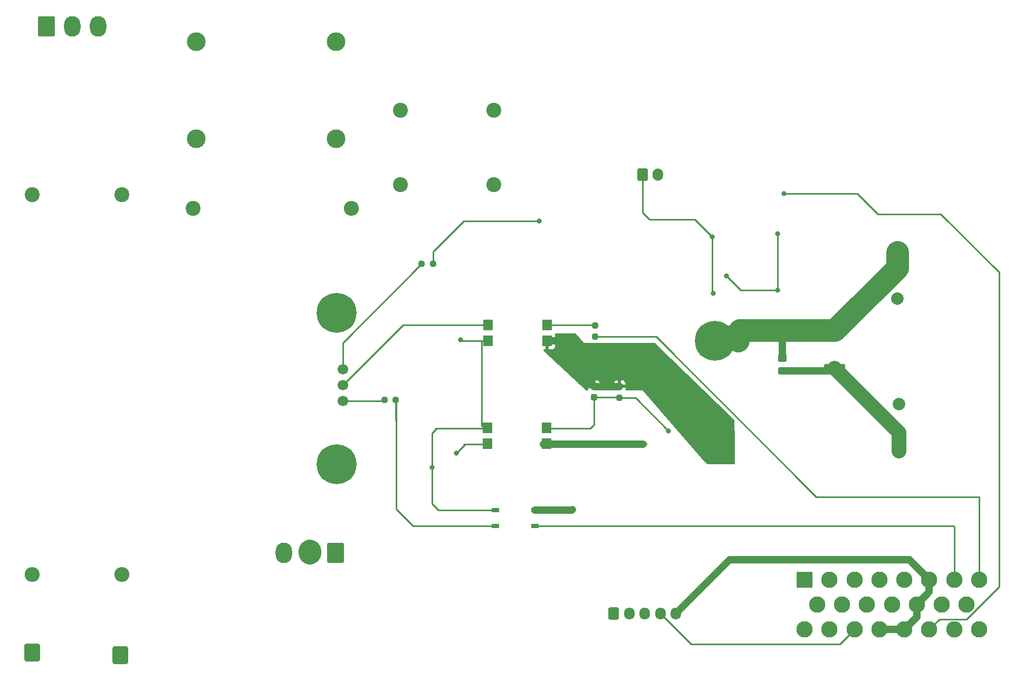
<source format=gbr>
%TF.GenerationSoftware,KiCad,Pcbnew,(6.0.1)*%
%TF.CreationDate,2022-11-29T11:45:27-05:00*%
%TF.ProjectId,high-voltage-board,68696768-2d76-46f6-9c74-6167652d626f,rev?*%
%TF.SameCoordinates,Original*%
%TF.FileFunction,Copper,L2,Bot*%
%TF.FilePolarity,Positive*%
%FSLAX46Y46*%
G04 Gerber Fmt 4.6, Leading zero omitted, Abs format (unit mm)*
G04 Created by KiCad (PCBNEW (6.0.1)) date 2022-11-29 11:45:27*
%MOMM*%
%LPD*%
G01*
G04 APERTURE LIST*
G04 Aperture macros list*
%AMRoundRect*
0 Rectangle with rounded corners*
0 $1 Rounding radius*
0 $2 $3 $4 $5 $6 $7 $8 $9 X,Y pos of 4 corners*
0 Add a 4 corners polygon primitive as box body*
4,1,4,$2,$3,$4,$5,$6,$7,$8,$9,$2,$3,0*
0 Add four circle primitives for the rounded corners*
1,1,$1+$1,$2,$3*
1,1,$1+$1,$4,$5*
1,1,$1+$1,$6,$7*
1,1,$1+$1,$8,$9*
0 Add four rect primitives between the rounded corners*
20,1,$1+$1,$2,$3,$4,$5,0*
20,1,$1+$1,$4,$5,$6,$7,0*
20,1,$1+$1,$6,$7,$8,$9,0*
20,1,$1+$1,$8,$9,$2,$3,0*%
G04 Aperture macros list end*
%TA.AperFunction,ComponentPad*%
%ADD10RoundRect,0.250000X1.070000X-1.400000X1.070000X1.400000X-1.070000X1.400000X-1.070000X-1.400000X0*%
%TD*%
%TA.AperFunction,ComponentPad*%
%ADD11O,2.640000X3.300000*%
%TD*%
%TA.AperFunction,ComponentPad*%
%ADD12RoundRect,0.250000X-0.600000X-0.750000X0.600000X-0.750000X0.600000X0.750000X-0.600000X0.750000X0*%
%TD*%
%TA.AperFunction,ComponentPad*%
%ADD13O,1.700000X2.000000*%
%TD*%
%TA.AperFunction,ComponentPad*%
%ADD14C,0.800000*%
%TD*%
%TA.AperFunction,ComponentPad*%
%ADD15C,6.400000*%
%TD*%
%TA.AperFunction,ComponentPad*%
%ADD16C,1.699848*%
%TD*%
%TA.AperFunction,ComponentPad*%
%ADD17C,3.000000*%
%TD*%
%TA.AperFunction,ComponentPad*%
%ADD18C,2.000000*%
%TD*%
%TA.AperFunction,ComponentPad*%
%ADD19C,2.400000*%
%TD*%
%TA.AperFunction,ComponentPad*%
%ADD20RoundRect,0.250000X-0.600000X-0.725000X0.600000X-0.725000X0.600000X0.725000X-0.600000X0.725000X0*%
%TD*%
%TA.AperFunction,ComponentPad*%
%ADD21O,1.700000X1.950000*%
%TD*%
%TA.AperFunction,ComponentPad*%
%ADD22RoundRect,0.250000X-0.980000X-1.150000X0.980000X-1.150000X0.980000X1.150000X-0.980000X1.150000X0*%
%TD*%
%TA.AperFunction,ComponentPad*%
%ADD23O,2.400000X2.400000*%
%TD*%
%TA.AperFunction,ComponentPad*%
%ADD24R,2.625000X2.625000*%
%TD*%
%TA.AperFunction,ComponentPad*%
%ADD25C,2.625000*%
%TD*%
%TA.AperFunction,ComponentPad*%
%ADD26RoundRect,0.250000X-1.070000X1.400000X-1.070000X-1.400000X1.070000X-1.400000X1.070000X1.400000X0*%
%TD*%
%TA.AperFunction,SMDPad,CuDef*%
%ADD27R,1.500000X1.780000*%
%TD*%
%TA.AperFunction,SMDPad,CuDef*%
%ADD28RoundRect,0.250000X-0.450000X0.325000X-0.450000X-0.325000X0.450000X-0.325000X0.450000X0.325000X0*%
%TD*%
%TA.AperFunction,SMDPad,CuDef*%
%ADD29RoundRect,0.237500X0.237500X-0.250000X0.237500X0.250000X-0.237500X0.250000X-0.237500X-0.250000X0*%
%TD*%
%TA.AperFunction,SMDPad,CuDef*%
%ADD30RoundRect,0.237500X0.237500X-0.300000X0.237500X0.300000X-0.237500X0.300000X-0.237500X-0.300000X0*%
%TD*%
%TA.AperFunction,SMDPad,CuDef*%
%ADD31R,1.200000X0.800000*%
%TD*%
%TA.AperFunction,SMDPad,CuDef*%
%ADD32RoundRect,0.249999X1.425001X-0.450001X1.425001X0.450001X-1.425001X0.450001X-1.425001X-0.450001X0*%
%TD*%
%TA.AperFunction,SMDPad,CuDef*%
%ADD33RoundRect,0.237500X0.250000X0.237500X-0.250000X0.237500X-0.250000X-0.237500X0.250000X-0.237500X0*%
%TD*%
%TA.AperFunction,SMDPad,CuDef*%
%ADD34RoundRect,0.237500X-0.250000X-0.237500X0.250000X-0.237500X0.250000X0.237500X-0.250000X0.237500X0*%
%TD*%
%TA.AperFunction,ViaPad*%
%ADD35C,0.800000*%
%TD*%
%TA.AperFunction,Conductor*%
%ADD36C,1.200000*%
%TD*%
%TA.AperFunction,Conductor*%
%ADD37C,0.250000*%
%TD*%
%TA.AperFunction,Conductor*%
%ADD38C,0.254000*%
%TD*%
%TA.AperFunction,Conductor*%
%ADD39C,3.600000*%
%TD*%
%TA.AperFunction,Conductor*%
%ADD40C,2.400000*%
%TD*%
G04 APERTURE END LIST*
D10*
%TO.P,J5,1,Pin_1*%
%TO.N,HV+*%
X58923000Y-44451000D03*
D11*
%TO.P,J5,2,Pin_2*%
X63063000Y-44451000D03*
%TO.P,J5,3,Pin_3*%
X67203000Y-44451000D03*
%TD*%
D12*
%TO.P,J2,1,Pin_1*%
%TO.N,GND*%
X154559000Y-68199000D03*
D13*
%TO.P,J2,2,Pin_2*%
%TO.N,+12V*%
X157059000Y-68199000D03*
%TD*%
D14*
%TO.P,U7,1,+IN*%
%TO.N,Net-(C19-Pad1)*%
X105439120Y-92834900D03*
X103732871Y-88715651D03*
D15*
X105439120Y-90421900D03*
D14*
X107145369Y-92128149D03*
X103732871Y-92128149D03*
X103026120Y-90421900D03*
X105439120Y-88008900D03*
X107145369Y-88715651D03*
X107852120Y-90421900D03*
D16*
%TO.P,U7,2,TR*%
%TO.N,/vicor/TRIM_HV*%
X106455120Y-99438900D03*
%TO.P,U7,3,EN*%
%TO.N,/vicor/EN_HV*%
X106455120Y-101978900D03*
%TO.P,U7,4,FT*%
%TO.N,/vicor/FAULT_HV*%
X106455120Y-104518900D03*
D14*
%TO.P,U7,5,-IN*%
%TO.N,HV-*%
X105530560Y-117091900D03*
X107897840Y-114633180D03*
X103071840Y-114724620D03*
X105439120Y-112265900D03*
X103810920Y-116417478D03*
X107158760Y-112940322D03*
X103746262Y-113004980D03*
X107223418Y-116352820D03*
D15*
X105484840Y-114678900D03*
D14*
%TO.P,U7,8,-OUT*%
%TO.N,GND*%
X164438871Y-112067149D03*
X164438871Y-108654651D03*
X168558120Y-110360900D03*
D15*
X166145120Y-110360900D03*
D14*
X166145120Y-107947900D03*
X163732120Y-110360900D03*
X166145120Y-112773900D03*
X167851369Y-112067149D03*
X167851369Y-108654651D03*
%TO.P,U7,9,+OUT*%
%TO.N,Net-(C22-Pad1)*%
X164438871Y-96573149D03*
X167851369Y-93160651D03*
D15*
X166145120Y-94866900D03*
D14*
X167851369Y-96573149D03*
X168558120Y-94866900D03*
X163732120Y-94866900D03*
X166145120Y-97279900D03*
X166145120Y-92453900D03*
X164438871Y-93160651D03*
%TD*%
D17*
%TO.P,F1,1*%
%TO.N,/TSAL/HV+*%
X105410000Y-62484000D03*
%TO.P,F1,2*%
%TO.N,HV+*%
X82910000Y-62484000D03*
%TD*%
D18*
%TO.P,C22,1*%
%TO.N,Net-(C22-Pad1)*%
X195453000Y-80645000D03*
%TO.P,C22,2*%
%TO.N,GND*%
X195453000Y-88145000D03*
%TD*%
D19*
%TO.P,C19,1*%
%TO.N,Net-(C19-Pad1)*%
X115690000Y-57912000D03*
%TO.P,C19,2*%
%TO.N,HV-*%
X130690000Y-57912000D03*
%TD*%
D20*
%TO.P,J9,1,Pin_1*%
%TO.N,GND*%
X149940000Y-138667000D03*
D21*
%TO.P,J9,2,Pin_2*%
X152440000Y-138667000D03*
%TO.P,J9,3,Pin_3*%
X154940000Y-138667000D03*
%TO.P,J9,4,Pin_4*%
%TO.N,/IMD_OK*%
X157440000Y-138667000D03*
%TO.P,J9,5,Pin_5*%
%TO.N,+12V*%
X159940000Y-138667000D03*
%TD*%
D18*
%TO.P,C23,1*%
%TO.N,/DCDC_OUT*%
X195707000Y-112589000D03*
%TO.P,C23,2*%
%TO.N,GND*%
X195707000Y-105089000D03*
%TD*%
D22*
%TO.P,J11,1,Pin_1*%
%TO.N,Net-(J11-Pad1)*%
X70764400Y-145338800D03*
%TD*%
D19*
%TO.P,R9,1*%
%TO.N,HV+*%
X56591200Y-71424800D03*
D23*
%TO.P,R9,2*%
%TO.N,Net-(J8-Pad1)*%
X56591200Y-132384800D03*
%TD*%
D24*
%TO.P,J1,1,Pin_1*%
%TO.N,/DCDC_OUT*%
X180581000Y-133239500D03*
D25*
%TO.P,J1,2,Pin_2*%
X184581000Y-133239500D03*
%TO.P,J1,3,Pin_3*%
X188581000Y-133239500D03*
%TO.P,J1,4,Pin_4*%
X192581000Y-133239500D03*
%TO.P,J1,5,Pin_5*%
%TO.N,GND*%
X196581000Y-133239500D03*
%TO.P,J1,6,Pin_6*%
%TO.N,+12V*%
X200581000Y-133239500D03*
%TO.P,J1,7,Pin_7*%
%TO.N,/DC_DC_FAULT*%
X204581000Y-133239500D03*
%TO.P,J1,8,Pin_8*%
%TO.N,/DC_DC_EN*%
X208581000Y-133239500D03*
%TO.P,J1,9,Pin_9*%
%TO.N,GND*%
X182581000Y-137239500D03*
%TO.P,J1,10,Pin_10*%
X186581000Y-137239500D03*
%TO.P,J1,11,Pin_11*%
X190581000Y-137239500D03*
%TO.P,J1,12,Pin_12*%
X194581000Y-137239500D03*
%TO.P,J1,13,Pin_13*%
%TO.N,+12V*%
X198581000Y-137239500D03*
%TO.P,J1,14,Pin_14*%
%TO.N,unconnected-(J1-Pad14)*%
X202581000Y-137239500D03*
%TO.P,J1,15,Pin_15*%
%TO.N,unconnected-(J1-Pad15)*%
X206581000Y-137239500D03*
%TO.P,J1,16,Pin_16*%
%TO.N,GND*%
X180581000Y-141239500D03*
%TO.P,J1,17,Pin_17*%
X184581000Y-141239500D03*
%TO.P,J1,18,Pin_18*%
%TO.N,/IMD_OK*%
X188581000Y-141239500D03*
%TO.P,J1,19,Pin_19*%
%TO.N,+12V*%
X192581000Y-141239500D03*
%TO.P,J1,20,Pin_20*%
X196581000Y-141239500D03*
%TO.P,J1,21,Pin_21*%
%TO.N,/TSAL_GND*%
X200581000Y-141239500D03*
%TO.P,J1,22,Pin_22*%
%TO.N,unconnected-(J1-Pad22)*%
X204581000Y-141239500D03*
%TO.P,J1,23,Pin_23*%
%TO.N,unconnected-(J1-Pad23)*%
X208581000Y-141239500D03*
%TD*%
D17*
%TO.P,F2,1*%
%TO.N,/vicor/HV+*%
X105410000Y-46863000D03*
%TO.P,F2,2*%
%TO.N,HV+*%
X82910000Y-46863000D03*
%TD*%
D19*
%TO.P,R10,1*%
%TO.N,HV-*%
X71018400Y-71424800D03*
D23*
%TO.P,R10,2*%
%TO.N,Net-(J11-Pad1)*%
X71018400Y-132384800D03*
%TD*%
D26*
%TO.P,J6,1,Pin_1*%
%TO.N,HV-*%
X105288000Y-128904000D03*
D11*
%TO.P,J6,2,Pin_2*%
X101148000Y-128904000D03*
%TO.P,J6,3,Pin_3*%
X97008000Y-128904000D03*
%TD*%
D19*
%TO.P,C2,1*%
%TO.N,Net-(C19-Pad1)*%
X115690000Y-69850000D03*
%TO.P,C2,2*%
%TO.N,HV-*%
X130690000Y-69850000D03*
%TD*%
%TO.P,R1,1*%
%TO.N,Net-(R1-Pad1)*%
X82423000Y-73660000D03*
D23*
%TO.P,R1,2*%
%TO.N,/TSAL/HV+*%
X107823000Y-73660000D03*
%TD*%
D22*
%TO.P,J8,1,Pin_1*%
%TO.N,Net-(J8-Pad1)*%
X56591200Y-144957800D03*
%TD*%
D27*
%TO.P,U8,1*%
%TO.N,Net-(R18-Pad2)*%
X139258000Y-92329000D03*
%TO.P,U8,2*%
%TO.N,GND*%
X139258000Y-94869000D03*
%TO.P,U8,3*%
%TO.N,HV-*%
X129728000Y-94869000D03*
%TO.P,U8,4*%
%TO.N,/vicor/EN_HV*%
X129728000Y-92329000D03*
%TD*%
D28*
%TO.P,L2,1*%
%TO.N,Net-(C22-Pad1)*%
X177038000Y-97654000D03*
%TO.P,L2,2*%
%TO.N,/DCDC_OUT*%
X177038000Y-99704000D03*
%TD*%
D29*
%TO.P,R18,1*%
%TO.N,/DC_DC_EN*%
X146939000Y-94257500D03*
%TO.P,R18,2*%
%TO.N,Net-(R18-Pad2)*%
X146939000Y-92432500D03*
%TD*%
D27*
%TO.P,U2,1*%
%TO.N,Net-(R1-Pad1)*%
X129651800Y-111404400D03*
%TO.P,U2,2*%
%TO.N,HV-*%
X129651800Y-108864400D03*
%TO.P,U2,3*%
%TO.N,VCC*%
X139181800Y-108864400D03*
%TO.P,U2,4*%
%TO.N,+12V*%
X139181800Y-111404400D03*
%TD*%
D30*
%TO.P,C5,1*%
%TO.N,VCC*%
X146812000Y-103986500D03*
%TO.P,C5,2*%
%TO.N,GND*%
X146812000Y-102261500D03*
%TD*%
D31*
%TO.P,U9,1*%
%TO.N,Net-(R17-Pad1)*%
X130962000Y-124587000D03*
%TO.P,U9,3*%
%TO.N,HV-*%
X130962000Y-122047000D03*
%TO.P,U9,4*%
%TO.N,GND*%
X137262000Y-122047000D03*
%TO.P,U9,6*%
%TO.N,/DC_DC_FAULT*%
X137262000Y-124587000D03*
%TD*%
D32*
%TO.P,R20,1*%
%TO.N,/DCDC_OUT*%
X185420000Y-99316000D03*
%TO.P,R20,2*%
%TO.N,Net-(C22-Pad1)*%
X185420000Y-93216000D03*
%TD*%
D29*
%TO.P,R2,1*%
%TO.N,VCC*%
X150876000Y-104036500D03*
%TO.P,R2,2*%
%TO.N,GND*%
X150876000Y-102211500D03*
%TD*%
D33*
%TO.P,R17,1*%
%TO.N,Net-(R17-Pad1)*%
X114958500Y-104394000D03*
%TO.P,R17,2*%
%TO.N,/vicor/FAULT_HV*%
X113133500Y-104394000D03*
%TD*%
D34*
%TO.P,R8,1*%
%TO.N,/vicor/TRIM_HV*%
X119102500Y-82550000D03*
%TO.P,R8,2*%
%TO.N,Net-(R8-Pad2)*%
X120927500Y-82550000D03*
%TD*%
D35*
%TO.N,+12V*%
X154940000Y-111506000D03*
%TO.N,GND*%
X143319500Y-121983500D03*
X165888500Y-87249000D03*
X153035000Y-97663000D03*
X143179250Y-98628750D03*
X165735000Y-78232000D03*
%TO.N,VCC*%
X168021000Y-84455000D03*
X158750000Y-109347000D03*
X176276000Y-77724000D03*
X176252500Y-86764500D03*
%TO.N,/TSAL_GND*%
X177292000Y-71247000D03*
%TO.N,Net-(R1-Pad1)*%
X124650500Y-112966500D03*
%TO.N,HV-*%
X125349000Y-94742000D03*
X120777000Y-115189000D03*
%TO.N,Net-(R8-Pad2)*%
X137948000Y-75668800D03*
%TD*%
D36*
%TO.N,+12V*%
X200581000Y-135239500D02*
X198581000Y-137239500D01*
X138623000Y-111506000D02*
X154686000Y-111506000D01*
X200581000Y-133239500D02*
X200581000Y-135239500D01*
X200581000Y-133239500D02*
X197390394Y-130048894D01*
X168558106Y-130048894D02*
X159940000Y-138667000D01*
X196581000Y-141239500D02*
X192581000Y-141239500D01*
X198581000Y-137239500D02*
X198581000Y-139239500D01*
X198581000Y-139239500D02*
X196581000Y-141239500D01*
X197390394Y-130048894D02*
X168558106Y-130048894D01*
%TO.N,GND*%
X146812000Y-102261500D02*
X150826000Y-102261500D01*
X150826000Y-102261500D02*
X150876000Y-102211500D01*
D37*
X165735000Y-78232000D02*
X162941000Y-75438000D01*
D36*
X143179250Y-98628750D02*
X146812000Y-102261500D01*
D38*
X139258000Y-94869000D02*
X139419500Y-94869000D01*
X143319500Y-121983500D02*
X143510000Y-121793000D01*
D36*
X153447220Y-97663000D02*
X153035000Y-97663000D01*
X145796000Y-97663000D02*
X143002000Y-94869000D01*
D37*
X154559000Y-74295000D02*
X154559000Y-68199000D01*
D36*
X143256000Y-122047000D02*
X143319500Y-121983500D01*
D37*
X162941000Y-75438000D02*
X155702000Y-75438000D01*
X165735000Y-87095500D02*
X165888500Y-87249000D01*
X155702000Y-75438000D02*
X154559000Y-74295000D01*
D36*
X137262000Y-122047000D02*
X143256000Y-122047000D01*
X153035000Y-97663000D02*
X145796000Y-97663000D01*
X164438871Y-108654651D02*
X153447220Y-97663000D01*
X143002000Y-94869000D02*
X139258000Y-94869000D01*
D37*
X165735000Y-78232000D02*
X165735000Y-87095500D01*
D38*
%TO.N,VCC*%
X153439500Y-104036500D02*
X158750000Y-109347000D01*
X146177000Y-108966000D02*
X138623000Y-108966000D01*
X150876000Y-104036500D02*
X153439500Y-104036500D01*
D37*
X176276000Y-77724000D02*
X176276000Y-86741000D01*
X176276000Y-86741000D02*
X176252500Y-86764500D01*
D38*
X146812000Y-108331000D02*
X146177000Y-108966000D01*
D37*
X170330500Y-86764500D02*
X176252500Y-86764500D01*
X168021000Y-84455000D02*
X170330500Y-86764500D01*
D38*
X146812000Y-103986500D02*
X150826000Y-103986500D01*
X150826000Y-103986500D02*
X150876000Y-104036500D01*
X146812000Y-103986500D02*
X146812000Y-108331000D01*
D39*
%TO.N,Net-(C22-Pad1)*%
X176786000Y-93216000D02*
X170182000Y-93216000D01*
D36*
X177038000Y-97654000D02*
X177038000Y-93468000D01*
D39*
X195453000Y-83183000D02*
X185420000Y-93216000D01*
X185420000Y-93216000D02*
X176786000Y-93216000D01*
D36*
X177038000Y-93468000D02*
X176786000Y-93216000D01*
D39*
X169893001Y-93504999D02*
X169893001Y-94866900D01*
X195453000Y-80645000D02*
X195453000Y-83183000D01*
X170182000Y-93216000D02*
X169893001Y-93504999D01*
D36*
%TO.N,/DCDC_OUT*%
X177038000Y-99704000D02*
X185032000Y-99704000D01*
D40*
X195707000Y-112589000D02*
X195707000Y-109603000D01*
X195707000Y-109603000D02*
X185420000Y-99316000D01*
D36*
X185032000Y-99704000D02*
X185420000Y-99316000D01*
D37*
%TO.N,/TSAL_GND*%
X211789830Y-83900830D02*
X211789830Y-134346445D01*
X206534275Y-139602000D02*
X202218500Y-139602000D01*
X202218500Y-139602000D02*
X200581000Y-141239500D01*
X202438000Y-74549000D02*
X211789830Y-83900830D01*
X177292000Y-71247000D02*
X189060204Y-71247000D01*
X192362204Y-74549000D02*
X202438000Y-74549000D01*
X189060204Y-71247000D02*
X192362204Y-74549000D01*
X211789830Y-134346445D02*
X206534275Y-139602000D01*
D38*
%TO.N,/IMD_OK*%
X188581000Y-141239500D02*
X186255240Y-143565260D01*
X186255240Y-143565260D02*
X162338260Y-143565260D01*
X162338260Y-143565260D02*
X157440000Y-138667000D01*
%TO.N,Net-(R1-Pad1)*%
X124650500Y-112966500D02*
X124587000Y-113030000D01*
X129093000Y-111506000D02*
X125857000Y-111506000D01*
X126111000Y-111506000D02*
X124650500Y-112966500D01*
%TO.N,Net-(R17-Pad1)*%
X117729000Y-124587000D02*
X115062000Y-121920000D01*
X114958500Y-104394000D02*
X114958500Y-107697500D01*
X115062000Y-104497500D02*
X114958500Y-104394000D01*
X115062000Y-121920000D02*
X115062000Y-104497500D01*
X130962000Y-124587000D02*
X117729000Y-124587000D01*
%TO.N,/vicor/FAULT_HV*%
X113008600Y-104518900D02*
X113133500Y-104394000D01*
X106455120Y-104518900D02*
X113008600Y-104518900D01*
%TO.N,/DC_DC_EN*%
X208581000Y-119968000D02*
X182452000Y-119968000D01*
X208581000Y-133239500D02*
X208581000Y-119968000D01*
X182452000Y-119968000D02*
X156741500Y-94257500D01*
X156741500Y-94257500D02*
X146939000Y-94257500D01*
%TO.N,Net-(R18-Pad2)*%
X146835500Y-92329000D02*
X146939000Y-92432500D01*
X139258000Y-92329000D02*
X146835500Y-92329000D01*
%TO.N,/DC_DC_FAULT*%
X137262000Y-124587000D02*
X141224000Y-124587000D01*
X204581000Y-124698000D02*
X204581000Y-133239500D01*
X141224000Y-124587000D02*
X204470000Y-124587000D01*
X204470000Y-124587000D02*
X204581000Y-124698000D01*
D37*
%TO.N,/vicor/EN_HV*%
X116105020Y-92329000D02*
X106455120Y-101978900D01*
X128966000Y-92329000D02*
X116105020Y-92329000D01*
D38*
%TO.N,HV-*%
X120777000Y-115189000D02*
X120777000Y-109728000D01*
X120777000Y-121031000D02*
X120777000Y-115189000D01*
D39*
X101148000Y-128904000D02*
X101148000Y-128574000D01*
D38*
X120777000Y-109728000D02*
X121539000Y-108966000D01*
X129270800Y-108483400D02*
X129651800Y-108864400D01*
X128712000Y-108585000D02*
X129372400Y-108585000D01*
X128966000Y-94869000D02*
X125476000Y-94869000D01*
X128712000Y-94869000D02*
X128712000Y-108585000D01*
X125476000Y-94869000D02*
X125349000Y-94742000D01*
X130962000Y-122047000D02*
X121793000Y-122047000D01*
X129372400Y-108585000D02*
X129651800Y-108864400D01*
X121793000Y-122047000D02*
X120777000Y-121031000D01*
X121285000Y-108966000D02*
X129093000Y-108966000D01*
%TO.N,/vicor/TRIM_HV*%
X106455120Y-99438900D02*
X106455120Y-95197380D01*
X106455120Y-95197380D02*
X119102500Y-82550000D01*
%TO.N,Net-(R8-Pad2)*%
X120927500Y-82550000D02*
X120927500Y-80596100D01*
X125854800Y-75668800D02*
X137948000Y-75668800D01*
X120927500Y-80596100D02*
X125854800Y-75668800D01*
%TD*%
%TA.AperFunction,Conductor*%
%TO.N,GND*%
G36*
X143900106Y-93746002D02*
G01*
X143928781Y-93771337D01*
X145066457Y-95136548D01*
X145161000Y-95250000D01*
X156539930Y-95250000D01*
X156608051Y-95270002D01*
X156627652Y-95285552D01*
X169253678Y-107532798D01*
X169288646Y-107594583D01*
X169291928Y-107620988D01*
X169350840Y-110920034D01*
X169380438Y-112577500D01*
X169415710Y-114552750D01*
X169396927Y-114621217D01*
X169344110Y-114668661D01*
X169289730Y-114681000D01*
X165025190Y-114681000D01*
X164957069Y-114660998D01*
X164936095Y-114644095D01*
X163960085Y-113668085D01*
X163954148Y-113661724D01*
X161276569Y-110586127D01*
X164277734Y-110586127D01*
X164277978Y-110590562D01*
X164277978Y-110590566D01*
X164288138Y-110775157D01*
X164292991Y-110863343D01*
X164347155Y-111135645D01*
X164439146Y-111397597D01*
X164567129Y-111643975D01*
X164569712Y-111647590D01*
X164569716Y-111647596D01*
X164725962Y-111866241D01*
X164728550Y-111869862D01*
X164920189Y-112070751D01*
X165138221Y-112242633D01*
X165142063Y-112244865D01*
X165142068Y-112244868D01*
X165374442Y-112379842D01*
X165374448Y-112379845D01*
X165378296Y-112382080D01*
X165484971Y-112425288D01*
X165631493Y-112484636D01*
X165631501Y-112484639D01*
X165635625Y-112486309D01*
X165905072Y-112553240D01*
X166141851Y-112577500D01*
X166313729Y-112577500D01*
X166519942Y-112562899D01*
X166524297Y-112561961D01*
X166524300Y-112561961D01*
X166787012Y-112505401D01*
X166787014Y-112505401D01*
X166791359Y-112504465D01*
X167051835Y-112408370D01*
X167079613Y-112393382D01*
X167292256Y-112278646D01*
X167296172Y-112276533D01*
X167519495Y-112111584D01*
X167522664Y-112108465D01*
X167522668Y-112108461D01*
X167617064Y-112015536D01*
X167717349Y-111916814D01*
X167885786Y-111696109D01*
X167980285Y-111527369D01*
X168019269Y-111457759D01*
X168019270Y-111457756D01*
X168021445Y-111453873D01*
X168121619Y-111194939D01*
X168184309Y-110924473D01*
X168208266Y-110647873D01*
X168204868Y-110586127D01*
X168193254Y-110375100D01*
X168193253Y-110375093D01*
X168193009Y-110370657D01*
X168138845Y-110098355D01*
X168046854Y-109836403D01*
X167918871Y-109590025D01*
X167916288Y-109586410D01*
X167916284Y-109586404D01*
X167760038Y-109367759D01*
X167760035Y-109367755D01*
X167757450Y-109364138D01*
X167565811Y-109163249D01*
X167347779Y-108991367D01*
X167343937Y-108989135D01*
X167343932Y-108989132D01*
X167111558Y-108854158D01*
X167111552Y-108854155D01*
X167107704Y-108851920D01*
X167001029Y-108808712D01*
X166854507Y-108749364D01*
X166854499Y-108749361D01*
X166850375Y-108747691D01*
X166580928Y-108680760D01*
X166344149Y-108656500D01*
X166172271Y-108656500D01*
X165966058Y-108671101D01*
X165961703Y-108672039D01*
X165961700Y-108672039D01*
X165698988Y-108728599D01*
X165698986Y-108728599D01*
X165694641Y-108729535D01*
X165434165Y-108825630D01*
X165430247Y-108827744D01*
X165388544Y-108850246D01*
X165189828Y-108957467D01*
X164966505Y-109122416D01*
X164963336Y-109125535D01*
X164963332Y-109125539D01*
X164868936Y-109218464D01*
X164768651Y-109317186D01*
X164765952Y-109320723D01*
X164765949Y-109320726D01*
X164745041Y-109348122D01*
X164600214Y-109537891D01*
X164598036Y-109541779D01*
X164598036Y-109541780D01*
X164511208Y-109696823D01*
X164464555Y-109780127D01*
X164364381Y-110039061D01*
X164301691Y-110309527D01*
X164277734Y-110586127D01*
X161276569Y-110586127D01*
X154570894Y-102883662D01*
X154559000Y-102870000D01*
X151938014Y-102870000D01*
X151869893Y-102849998D01*
X151823400Y-102796342D01*
X151813296Y-102726068D01*
X151818421Y-102704333D01*
X151846315Y-102620235D01*
X151849181Y-102606868D01*
X151858672Y-102514230D01*
X151859000Y-102507815D01*
X151859000Y-102483615D01*
X151854525Y-102468376D01*
X151853135Y-102467171D01*
X151845452Y-102465500D01*
X149911115Y-102465500D01*
X149895876Y-102469975D01*
X149894671Y-102471365D01*
X149893000Y-102479048D01*
X149893000Y-102507766D01*
X149893337Y-102514282D01*
X149903075Y-102608132D01*
X149905968Y-102621529D01*
X149933524Y-102704124D01*
X149936108Y-102775074D01*
X149899924Y-102836158D01*
X149836460Y-102867982D01*
X149814000Y-102870000D01*
X147906083Y-102870000D01*
X147837962Y-102849998D01*
X147791469Y-102796342D01*
X147781365Y-102726068D01*
X147782882Y-102717588D01*
X147785181Y-102706863D01*
X147794672Y-102614230D01*
X147795000Y-102607815D01*
X147795000Y-102533615D01*
X147790525Y-102518376D01*
X147789135Y-102517171D01*
X147781452Y-102515500D01*
X145847115Y-102515500D01*
X145831876Y-102519975D01*
X145830671Y-102521365D01*
X145829000Y-102529048D01*
X145829000Y-102607766D01*
X145829337Y-102614282D01*
X145839075Y-102708132D01*
X145841078Y-102717407D01*
X145835903Y-102788215D01*
X145793269Y-102844985D01*
X145726711Y-102869693D01*
X145717916Y-102870000D01*
X145591528Y-102870000D01*
X145523407Y-102849998D01*
X145505729Y-102836274D01*
X144594924Y-101989385D01*
X145829000Y-101989385D01*
X145833475Y-102004624D01*
X145834865Y-102005829D01*
X145842548Y-102007500D01*
X146539885Y-102007500D01*
X146555124Y-102003025D01*
X146556329Y-102001635D01*
X146558000Y-101993952D01*
X146558000Y-101989385D01*
X147066000Y-101989385D01*
X147070475Y-102004624D01*
X147071865Y-102005829D01*
X147079548Y-102007500D01*
X147776885Y-102007500D01*
X147792124Y-102003025D01*
X147793329Y-102001635D01*
X147795000Y-101993952D01*
X147795000Y-101939385D01*
X149893000Y-101939385D01*
X149897475Y-101954624D01*
X149898865Y-101955829D01*
X149906548Y-101957500D01*
X150603885Y-101957500D01*
X150619124Y-101953025D01*
X150620329Y-101951635D01*
X150622000Y-101943952D01*
X150622000Y-101939385D01*
X151130000Y-101939385D01*
X151134475Y-101954624D01*
X151135865Y-101955829D01*
X151143548Y-101957500D01*
X151840885Y-101957500D01*
X151856124Y-101953025D01*
X151857329Y-101951635D01*
X151859000Y-101943952D01*
X151859000Y-101915234D01*
X151858663Y-101908718D01*
X151848925Y-101814868D01*
X151846032Y-101801472D01*
X151795512Y-101650047D01*
X151789347Y-101636885D01*
X151705574Y-101501508D01*
X151696540Y-101490110D01*
X151583871Y-101377637D01*
X151572460Y-101368625D01*
X151436937Y-101285088D01*
X151423759Y-101278944D01*
X151272234Y-101228685D01*
X151258868Y-101225819D01*
X151166230Y-101216328D01*
X151159815Y-101216000D01*
X151148115Y-101216000D01*
X151132876Y-101220475D01*
X151131671Y-101221865D01*
X151130000Y-101229548D01*
X151130000Y-101939385D01*
X150622000Y-101939385D01*
X150622000Y-101234115D01*
X150617525Y-101218876D01*
X150616135Y-101217671D01*
X150608452Y-101216000D01*
X150592234Y-101216000D01*
X150585718Y-101216337D01*
X150491868Y-101226075D01*
X150478472Y-101228968D01*
X150327047Y-101279488D01*
X150313885Y-101285653D01*
X150178508Y-101369426D01*
X150167110Y-101378460D01*
X150054637Y-101491129D01*
X150045625Y-101502540D01*
X149962088Y-101638063D01*
X149955944Y-101651241D01*
X149905685Y-101802766D01*
X149902819Y-101816132D01*
X149893328Y-101908770D01*
X149893000Y-101915185D01*
X149893000Y-101939385D01*
X147795000Y-101939385D01*
X147795000Y-101915234D01*
X147794663Y-101908718D01*
X147784925Y-101814868D01*
X147782032Y-101801472D01*
X147731512Y-101650047D01*
X147725347Y-101636885D01*
X147641574Y-101501508D01*
X147632540Y-101490110D01*
X147519871Y-101377637D01*
X147508460Y-101368625D01*
X147372937Y-101285088D01*
X147359759Y-101278944D01*
X147208234Y-101228685D01*
X147194868Y-101225819D01*
X147102230Y-101216328D01*
X147095815Y-101216000D01*
X147084115Y-101216000D01*
X147068876Y-101220475D01*
X147067671Y-101221865D01*
X147066000Y-101229548D01*
X147066000Y-101989385D01*
X146558000Y-101989385D01*
X146558000Y-101234115D01*
X146553525Y-101218876D01*
X146552135Y-101217671D01*
X146544452Y-101216000D01*
X146528234Y-101216000D01*
X146521718Y-101216337D01*
X146427868Y-101226075D01*
X146414472Y-101228968D01*
X146263047Y-101279488D01*
X146249885Y-101285653D01*
X146114508Y-101369426D01*
X146103110Y-101378460D01*
X145990637Y-101491129D01*
X145981625Y-101502540D01*
X145898088Y-101638063D01*
X145891944Y-101651241D01*
X145841685Y-101802766D01*
X145838819Y-101816132D01*
X145829328Y-101908770D01*
X145829000Y-101915185D01*
X145829000Y-101989385D01*
X144594924Y-101989385D01*
X138675408Y-96485274D01*
X138639141Y-96424240D01*
X138641629Y-96353287D01*
X138682082Y-96294942D01*
X138747657Y-96267731D01*
X138761207Y-96267000D01*
X138985885Y-96267000D01*
X139001124Y-96262525D01*
X139002329Y-96261135D01*
X139004000Y-96253452D01*
X139004000Y-96248884D01*
X139512000Y-96248884D01*
X139516475Y-96264123D01*
X139517865Y-96265328D01*
X139525548Y-96266999D01*
X140052669Y-96266999D01*
X140059490Y-96266629D01*
X140110352Y-96261105D01*
X140125604Y-96257479D01*
X140246054Y-96212324D01*
X140261649Y-96203786D01*
X140363724Y-96127285D01*
X140376285Y-96114724D01*
X140452786Y-96012649D01*
X140461324Y-95997054D01*
X140506478Y-95876606D01*
X140510105Y-95861351D01*
X140515631Y-95810486D01*
X140516000Y-95803672D01*
X140516000Y-95141115D01*
X140511525Y-95125876D01*
X140510135Y-95124671D01*
X140502452Y-95123000D01*
X139530115Y-95123000D01*
X139514876Y-95127475D01*
X139513671Y-95128865D01*
X139512000Y-95136548D01*
X139512000Y-96248884D01*
X139004000Y-96248884D01*
X139004000Y-94741000D01*
X139024002Y-94672879D01*
X139077658Y-94626386D01*
X139130000Y-94615000D01*
X140497884Y-94615000D01*
X140513123Y-94610525D01*
X140514328Y-94609135D01*
X140515999Y-94601452D01*
X140515999Y-93934331D01*
X140515629Y-93927510D01*
X140509252Y-93868793D01*
X140511834Y-93868513D01*
X140514876Y-93810246D01*
X140556322Y-93752603D01*
X140622353Y-93726517D01*
X140633757Y-93726000D01*
X143831985Y-93726000D01*
X143900106Y-93746002D01*
G37*
%TD.AperFunction*%
%TD*%
M02*

</source>
